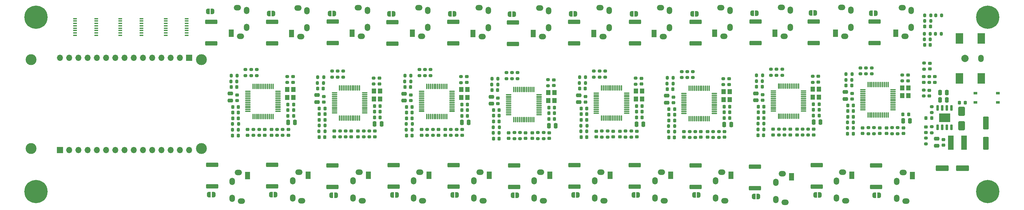
<source format=gbr>
%TF.GenerationSoftware,KiCad,Pcbnew,(7.0.0)*%
%TF.CreationDate,2023-05-02T23:46:26+03:00*%
%TF.ProjectId,24_channel_esp32_energy_meter,32345f63-6861-46e6-9e65-6c5f65737033,rev?*%
%TF.SameCoordinates,PX5ff2fd0PYa4fc540*%
%TF.FileFunction,Soldermask,Top*%
%TF.FilePolarity,Negative*%
%FSLAX46Y46*%
G04 Gerber Fmt 4.6, Leading zero omitted, Abs format (unit mm)*
G04 Created by KiCad (PCBNEW (7.0.0)) date 2023-05-02 23:46:26*
%MOMM*%
%LPD*%
G01*
G04 APERTURE LIST*
G04 Aperture macros list*
%AMRoundRect*
0 Rectangle with rounded corners*
0 $1 Rounding radius*
0 $2 $3 $4 $5 $6 $7 $8 $9 X,Y pos of 4 corners*
0 Add a 4 corners polygon primitive as box body*
4,1,4,$2,$3,$4,$5,$6,$7,$8,$9,$2,$3,0*
0 Add four circle primitives for the rounded corners*
1,1,$1+$1,$2,$3*
1,1,$1+$1,$4,$5*
1,1,$1+$1,$6,$7*
1,1,$1+$1,$8,$9*
0 Add four rect primitives between the rounded corners*
20,1,$1+$1,$2,$3,$4,$5,0*
20,1,$1+$1,$4,$5,$6,$7,0*
20,1,$1+$1,$6,$7,$8,$9,0*
20,1,$1+$1,$8,$9,$2,$3,0*%
%AMFreePoly0*
4,1,19,0.500000,-0.750000,0.000000,-0.750000,0.000000,-0.744911,-0.071157,-0.744911,-0.207708,-0.704816,-0.327430,-0.627875,-0.420627,-0.520320,-0.479746,-0.390866,-0.500000,-0.250000,-0.500000,0.250000,-0.479746,0.390866,-0.420627,0.520320,-0.327430,0.627875,-0.207708,0.704816,-0.071157,0.744911,0.000000,0.744911,0.000000,0.750000,0.500000,0.750000,0.500000,-0.750000,0.500000,-0.750000,
$1*%
%AMFreePoly1*
4,1,19,0.000000,0.744911,0.071157,0.744911,0.207708,0.704816,0.327430,0.627875,0.420627,0.520320,0.479746,0.390866,0.500000,0.250000,0.500000,-0.250000,0.479746,-0.390866,0.420627,-0.520320,0.327430,-0.627875,0.207708,-0.704816,0.071157,-0.744911,0.000000,-0.744911,0.000000,-0.750000,-0.500000,-0.750000,-0.500000,0.750000,0.000000,0.750000,0.000000,0.744911,0.000000,0.744911,
$1*%
G04 Aperture macros list end*
%ADD10C,3.000000*%
%ADD11R,1.700000X1.700000*%
%ADD12O,1.700000X1.700000*%
%ADD13RoundRect,0.225000X0.250000X-0.225000X0.250000X0.225000X-0.250000X0.225000X-0.250000X-0.225000X0*%
%ADD14RoundRect,0.225000X0.225000X0.250000X-0.225000X0.250000X-0.225000X-0.250000X0.225000X-0.250000X0*%
%ADD15RoundRect,0.200000X-0.275000X0.200000X-0.275000X-0.200000X0.275000X-0.200000X0.275000X0.200000X0*%
%ADD16RoundRect,0.200000X0.200000X0.275000X-0.200000X0.275000X-0.200000X-0.275000X0.200000X-0.275000X0*%
%ADD17RoundRect,0.250000X-0.250000X-0.475000X0.250000X-0.475000X0.250000X0.475000X-0.250000X0.475000X0*%
%ADD18RoundRect,0.200000X-0.200000X-0.275000X0.200000X-0.275000X0.200000X0.275000X-0.200000X0.275000X0*%
%ADD19RoundRect,0.250000X-0.475000X0.250000X-0.475000X-0.250000X0.475000X-0.250000X0.475000X0.250000X0*%
%ADD20RoundRect,0.225000X-0.250000X0.225000X-0.250000X-0.225000X0.250000X-0.225000X0.250000X0.225000X0*%
%ADD21RoundRect,0.200000X0.275000X-0.200000X0.275000X0.200000X-0.275000X0.200000X-0.275000X-0.200000X0*%
%ADD22RoundRect,0.225000X-0.225000X-0.250000X0.225000X-0.250000X0.225000X0.250000X-0.225000X0.250000X0*%
%ADD23R,1.200000X1.400000*%
%ADD24C,0.800000*%
%ADD25C,6.400000*%
%ADD26RoundRect,0.250000X1.425000X-0.362500X1.425000X0.362500X-1.425000X0.362500X-1.425000X-0.362500X0*%
%ADD27RoundRect,0.250000X-1.425000X0.362500X-1.425000X-0.362500X1.425000X-0.362500X1.425000X0.362500X0*%
%ADD28O,2.000000X1.500000*%
%ADD29R,1.400000X2.000000*%
%ADD30O,1.500000X2.000000*%
%ADD31FreePoly0,0.000000*%
%ADD32FreePoly1,0.000000*%
%ADD33R,1.000000X0.800000*%
%ADD34RoundRect,0.075000X0.075000X-0.662500X0.075000X0.662500X-0.075000X0.662500X-0.075000X-0.662500X0*%
%ADD35RoundRect,0.075000X0.662500X-0.075000X0.662500X0.075000X-0.662500X0.075000X-0.662500X-0.075000X0*%
%ADD36RoundRect,0.218750X0.256250X-0.218750X0.256250X0.218750X-0.256250X0.218750X-0.256250X-0.218750X0*%
%ADD37RoundRect,0.250000X-1.500000X-0.550000X1.500000X-0.550000X1.500000X0.550000X-1.500000X0.550000X0*%
%ADD38RoundRect,0.250000X0.650000X-1.000000X0.650000X1.000000X-0.650000X1.000000X-0.650000X-1.000000X0*%
%ADD39RoundRect,0.250000X0.250000X0.475000X-0.250000X0.475000X-0.250000X-0.475000X0.250000X-0.475000X0*%
%ADD40R,1.498600X3.987800*%
%ADD41R,1.000000X0.400000*%
%ADD42C,2.000000*%
%ADD43R,2.000000X3.000000*%
%ADD44RoundRect,0.150000X-0.150000X0.650000X-0.150000X-0.650000X0.150000X-0.650000X0.150000X0.650000X0*%
%ADD45R,3.100000X2.410000*%
%ADD46RoundRect,0.250000X-0.550000X1.500000X-0.550000X-1.500000X0.550000X-1.500000X0.550000X1.500000X0*%
G04 APERTURE END LIST*
D10*
%TO.C,U1*%
X2625000Y15820000D03*
X49575000Y15820000D03*
X2625000Y40330000D03*
X49575000Y40330000D03*
%TD*%
D11*
%TO.C,J3*%
X46144999Y40799999D03*
D12*
X43604999Y40799999D03*
X41064999Y40799999D03*
X38524999Y40799999D03*
X35984999Y40799999D03*
X33444999Y40799999D03*
X30904999Y40799999D03*
X28364999Y40799999D03*
X25824999Y40799999D03*
X23284999Y40799999D03*
X20744999Y40799999D03*
X18204999Y40799999D03*
X15664999Y40799999D03*
X13124999Y40799999D03*
X10584999Y40799999D03*
%TD*%
D11*
%TO.C,J2*%
X10584999Y15399999D03*
D12*
X13124999Y15399999D03*
X15664999Y15399999D03*
X18204999Y15399999D03*
X20744999Y15399999D03*
X23284999Y15399999D03*
X25824999Y15399999D03*
X28364999Y15399999D03*
X30904999Y15399999D03*
X33444999Y15399999D03*
X35984999Y15399999D03*
X38524999Y15399999D03*
X41064999Y15399999D03*
X43604999Y15399999D03*
X46144999Y15399999D03*
%TD*%
D13*
%TO.C,C52*%
X114830000Y19512500D03*
X114830000Y21062500D03*
%TD*%
D14*
%TO.C,C57*%
X146737500Y23950000D03*
X145187500Y23950000D03*
%TD*%
D15*
%TO.C,R35*%
X94205000Y20700000D03*
X94205000Y19050000D03*
%TD*%
D16*
%TO.C,R91*%
X179842500Y22025000D03*
X178192500Y22025000D03*
%TD*%
D17*
%TO.C,C17*%
X252900000Y31250000D03*
X254800000Y31250000D03*
%TD*%
D18*
%TO.C,R55*%
X129487500Y33450001D03*
X131137500Y33450001D03*
%TD*%
D14*
%TO.C,C4*%
X74920000Y26425000D03*
X73370000Y26425000D03*
%TD*%
%TO.C,C49*%
X107580001Y24137500D03*
X106030001Y24137500D03*
%TD*%
D15*
%TO.C,R33*%
X87705001Y20700000D03*
X87705001Y19050000D03*
%TD*%
D19*
%TO.C,C47*%
X105380001Y30962500D03*
X105380001Y29062500D03*
%TD*%
D20*
%TO.C,C120*%
X249990000Y31875000D03*
X249990000Y30325000D03*
%TD*%
D18*
%TO.C,R100*%
X202350000Y34400001D03*
X204000000Y34400001D03*
%TD*%
D21*
%TO.C,R17*%
X248415000Y30300000D03*
X248415000Y31950000D03*
%TD*%
D14*
%TO.C,C75*%
X170862500Y27525000D03*
X169312500Y27525000D03*
%TD*%
D15*
%TO.C,R111*%
X216604999Y21200000D03*
X216604999Y19550000D03*
%TD*%
D22*
%TO.C,C35*%
X81955001Y19025000D03*
X83505001Y19025000D03*
%TD*%
D23*
%TO.C,Y7*%
X219574999Y29999999D03*
X219574999Y32199999D03*
X217874999Y32199999D03*
X217874999Y29999999D03*
%TD*%
D22*
%TO.C,C61*%
X129537500Y31900001D03*
X131087500Y31900001D03*
%TD*%
D14*
%TO.C,C117*%
X244245000Y25275000D03*
X242695000Y25275000D03*
%TD*%
D15*
%TO.C,R126*%
X241249999Y21575000D03*
X241249999Y19925000D03*
%TD*%
D24*
%TO.C,H2*%
X1600000Y52025000D03*
X2302944Y53722056D03*
X2302944Y50327944D03*
X4000000Y54425000D03*
D25*
X4000000Y52025000D03*
D24*
X4000000Y49625000D03*
X5697056Y53722056D03*
X5697056Y50327944D03*
X6400000Y52025000D03*
%TD*%
D15*
%TO.C,R117*%
X231000000Y38050000D03*
X231000000Y36400000D03*
%TD*%
D26*
%TO.C,R54*%
X185575000Y5312500D03*
X185575000Y11237500D03*
%TD*%
D15*
%TO.C,R9*%
X63875000Y21125000D03*
X63875000Y19475000D03*
%TD*%
D13*
%TO.C,C112*%
X211654999Y19600000D03*
X211654999Y21150000D03*
%TD*%
D27*
%TO.C,R127*%
X218150000Y50862500D03*
X218150000Y44937500D03*
%TD*%
D19*
%TO.C,C107*%
X202205000Y31050000D03*
X202205000Y29150000D03*
%TD*%
D14*
%TO.C,C74*%
X155662500Y26850000D03*
X154112500Y26850000D03*
%TD*%
D13*
%TO.C,C54*%
X121330000Y19512500D03*
X121330000Y21062500D03*
%TD*%
D22*
%TO.C,C11*%
X58125000Y19450000D03*
X59675000Y19450000D03*
%TD*%
D28*
%TO.C,CT2-3*%
X176186639Y9374998D03*
D29*
X178706639Y8525106D03*
D30*
X174466640Y2225000D03*
D28*
X176986640Y1474999D03*
D30*
X174466640Y6924998D03*
%TD*%
D26*
%TO.C,R67*%
X218920460Y5337500D03*
X218920460Y11262500D03*
%TD*%
D31*
%TO.C,JP7*%
X102050000Y3100000D03*
D32*
X103350000Y3100000D03*
%TD*%
D33*
%TO.C,BR1*%
X262664999Y31114999D03*
X262664999Y28574999D03*
X268814999Y28574999D03*
X268814999Y31114999D03*
%TD*%
D15*
%TO.C,R10*%
X65425000Y21125000D03*
X65425000Y19475000D03*
%TD*%
D26*
%TO.C,R39*%
X135625000Y5312500D03*
X135625000Y11237500D03*
%TD*%
D15*
%TO.C,R65*%
X142192499Y20250000D03*
X142192499Y18600000D03*
%TD*%
D14*
%TO.C,C60*%
X146737500Y27100000D03*
X145187500Y27100000D03*
%TD*%
D31*
%TO.C,JP26*%
X233900000Y53125000D03*
D32*
X235200000Y53125000D03*
%TD*%
D16*
%TO.C,R62*%
X131542500Y20175000D03*
X129892500Y20175000D03*
%TD*%
%TO.C,R131*%
X250340000Y52525000D03*
X248690000Y52525000D03*
%TD*%
D15*
%TO.C,R119*%
X234100000Y38050000D03*
X234100000Y36400000D03*
%TD*%
D14*
%TO.C,C10*%
X59725000Y24150000D03*
X58175000Y24150000D03*
%TD*%
D20*
%TO.C,C66*%
X134092500Y20200000D03*
X134092500Y18650000D03*
%TD*%
D14*
%TO.C,C45*%
X122775001Y27962500D03*
X121225001Y27962500D03*
%TD*%
D13*
%TO.C,C127*%
X236299999Y19975000D03*
X236299999Y21525000D03*
%TD*%
D15*
%TO.C,R23*%
X250585000Y21850000D03*
X250585000Y20200000D03*
%TD*%
D14*
%TO.C,C90*%
X195012500Y27400000D03*
X193462500Y27400000D03*
%TD*%
D15*
%TO.C,R50*%
X118230000Y21112500D03*
X118230000Y19462500D03*
%TD*%
D26*
%TO.C,R68*%
X201925000Y4937500D03*
X201925000Y10862500D03*
%TD*%
D34*
%TO.C,IC5*%
X159687499Y24212500D03*
X160187499Y24212500D03*
X160687499Y24212500D03*
X161187499Y24212500D03*
X161687499Y24212500D03*
X162187499Y24212500D03*
X162687499Y24212500D03*
X163187499Y24212500D03*
X163687499Y24212500D03*
X164187499Y24212500D03*
X164687499Y24212500D03*
X165187499Y24212500D03*
D35*
X166599999Y25625000D03*
X166599999Y26125000D03*
X166599999Y26625000D03*
X166599999Y27125000D03*
X166599999Y27625000D03*
X166599999Y28125000D03*
X166599999Y28625000D03*
X166599999Y29125000D03*
X166599999Y29625000D03*
X166599999Y30125000D03*
X166599999Y30625000D03*
X166599999Y31125000D03*
D34*
X165187499Y32537500D03*
X164687499Y32537500D03*
X164187499Y32537500D03*
X163687499Y32537500D03*
X163187499Y32537500D03*
X162687499Y32537500D03*
X162187499Y32537500D03*
X161687499Y32537500D03*
X161187499Y32537500D03*
X160687499Y32537500D03*
X160187499Y32537500D03*
X159687499Y32537500D03*
D35*
X158274999Y31125000D03*
X158274999Y30625000D03*
X158274999Y30125000D03*
X158274999Y29625000D03*
X158274999Y29125000D03*
X158274999Y28625000D03*
X158274999Y28125000D03*
X158274999Y27625000D03*
X158274999Y27125000D03*
X158274999Y26625000D03*
X158274999Y26125000D03*
X158274999Y25625000D03*
%TD*%
D20*
%TO.C,C111*%
X206955000Y21150000D03*
X206955000Y19600000D03*
%TD*%
D18*
%TO.C,R16*%
X248590000Y45925000D03*
X250240000Y45925000D03*
%TD*%
D15*
%TO.C,R59*%
X136592500Y36725000D03*
X136592500Y35075000D03*
%TD*%
D28*
%TO.C,CT2-2*%
X126277550Y9374998D03*
D29*
X128797550Y8525106D03*
D30*
X124557551Y2225000D03*
D28*
X127077551Y1474999D03*
D30*
X124557551Y6924998D03*
%TD*%
D20*
%TO.C,C63*%
X131192500Y29725000D03*
X131192500Y28175000D03*
%TD*%
%TO.C,C133*%
X251490000Y35625000D03*
X251490000Y34075000D03*
%TD*%
D14*
%TO.C,C58*%
X146737500Y25550000D03*
X145187500Y25550000D03*
%TD*%
D20*
%TO.C,C130*%
X248390000Y35625000D03*
X248390000Y34075000D03*
%TD*%
D31*
%TO.C,JP25*%
X201175000Y53125000D03*
D32*
X202475000Y53125000D03*
%TD*%
D23*
%TO.C,Y5*%
X170837499Y29474999D03*
X170837499Y31674999D03*
X169137499Y31674999D03*
X169137499Y29474999D03*
%TD*%
D18*
%TO.C,R1*%
X57670000Y34325000D03*
X59320000Y34325000D03*
%TD*%
D14*
%TO.C,C100*%
X204405000Y25825000D03*
X202855000Y25825000D03*
%TD*%
D16*
%TO.C,R121*%
X229075000Y23050000D03*
X227425000Y23050000D03*
%TD*%
D28*
%TO.C,CT3-7*%
X193358804Y46750000D03*
D29*
X190838804Y47599892D03*
D30*
X195078803Y53899998D03*
D28*
X192558803Y54649999D03*
D30*
X195078803Y49200000D03*
%TD*%
D23*
%TO.C,Y4*%
X146712499Y29049999D03*
X146712499Y31249999D03*
X145012499Y31249999D03*
X145012499Y29049999D03*
%TD*%
D19*
%TO.C,C23*%
X252000000Y18550000D03*
X252000000Y16650000D03*
%TD*%
D15*
%TO.C,R125*%
X239699999Y21575000D03*
X239699999Y19925000D03*
%TD*%
D14*
%TO.C,C118*%
X250190000Y44375000D03*
X248640000Y44375000D03*
%TD*%
D27*
%TO.C,R83*%
X52225000Y50737500D03*
X52225000Y44812500D03*
%TD*%
D26*
%TO.C,R13*%
X69000000Y5412500D03*
X69000000Y11337500D03*
%TD*%
D14*
%TO.C,C25*%
X83555001Y25325000D03*
X82005001Y25325000D03*
%TD*%
D22*
%TO.C,C31*%
X81550001Y32350001D03*
X83100001Y32350001D03*
%TD*%
D14*
%TO.C,C6*%
X74920000Y27975000D03*
X73370000Y27975000D03*
%TD*%
D26*
%TO.C,R53*%
X152250000Y5337500D03*
X152250000Y11262500D03*
%TD*%
D14*
%TO.C,C34*%
X83555001Y23725000D03*
X82005001Y23725000D03*
%TD*%
D28*
%TO.C,CT1-1*%
X59732098Y9249998D03*
D29*
X62252098Y8400106D03*
D30*
X58012099Y2100000D03*
D28*
X60532099Y1349999D03*
D30*
X58012099Y6799998D03*
%TD*%
D16*
%TO.C,R7*%
X59750000Y22600000D03*
X58100000Y22600000D03*
%TD*%
D36*
%TO.C,CF3*%
X122600001Y34050000D03*
X122600001Y35625000D03*
%TD*%
D13*
%TO.C,C99*%
X193567499Y18950000D03*
X193567499Y20500000D03*
%TD*%
D18*
%TO.C,R115*%
X226995000Y34775001D03*
X228645000Y34775001D03*
%TD*%
D16*
%TO.C,R21*%
X250215000Y47475000D03*
X248565000Y47475000D03*
%TD*%
D14*
%TO.C,C132*%
X250265000Y49450000D03*
X248715000Y49450000D03*
%TD*%
D28*
%TO.C,CT3-4*%
X242732098Y9249998D03*
D29*
X245252098Y8400106D03*
D30*
X241012099Y2100000D03*
D28*
X243532099Y1349999D03*
D30*
X241012099Y6799998D03*
%TD*%
D26*
%TO.C,R52*%
X168850000Y5337500D03*
X168850000Y11262500D03*
%TD*%
D15*
%TO.C,R29*%
X88605001Y37175000D03*
X88605001Y35525000D03*
%TD*%
%TO.C,R89*%
X184867500Y37025000D03*
X184867500Y35375000D03*
%TD*%
D28*
%TO.C,CT2-4*%
X226095728Y9349998D03*
D29*
X228615728Y8500106D03*
D30*
X224375729Y2200000D03*
D28*
X226895729Y1449999D03*
D30*
X224375729Y6899998D03*
%TD*%
D15*
%TO.C,R4*%
X63225000Y37600000D03*
X63225000Y35950000D03*
%TD*%
D16*
%TO.C,R20*%
X253265000Y47475000D03*
X251615000Y47475000D03*
%TD*%
D14*
%TO.C,C70*%
X155667500Y25300000D03*
X154117500Y25300000D03*
%TD*%
D37*
%TO.C,C24*%
X253500000Y10400000D03*
X259100000Y10400000D03*
%TD*%
D28*
%TO.C,CT1-7*%
X160086078Y46700000D03*
D29*
X157566078Y47549892D03*
D30*
X161806077Y53849998D03*
D28*
X159286077Y54599999D03*
D30*
X161806077Y49150000D03*
%TD*%
D15*
%TO.C,R12*%
X71925000Y21125000D03*
X71925000Y19475000D03*
%TD*%
D28*
%TO.C,CT1-4*%
X209459365Y8949998D03*
D29*
X211979365Y8100106D03*
D30*
X207739366Y1800000D03*
D28*
X210259366Y1049999D03*
D30*
X207739366Y6499998D03*
%TD*%
D38*
%TO.C,D1*%
X258800000Y22100000D03*
X258800000Y26100000D03*
%TD*%
D34*
%TO.C,IC3*%
X111600000Y24650000D03*
X112100000Y24650000D03*
X112600000Y24650000D03*
X113100000Y24650000D03*
X113600000Y24650000D03*
X114100000Y24650000D03*
X114600000Y24650000D03*
X115100000Y24650000D03*
X115600000Y24650000D03*
X116100000Y24650000D03*
X116600000Y24650000D03*
X117100000Y24650000D03*
D35*
X118512500Y26062500D03*
X118512500Y26562500D03*
X118512500Y27062500D03*
X118512500Y27562500D03*
X118512500Y28062500D03*
X118512500Y28562500D03*
X118512500Y29062500D03*
X118512500Y29562500D03*
X118512500Y30062500D03*
X118512500Y30562500D03*
X118512500Y31062500D03*
X118512500Y31562500D03*
D34*
X117100000Y32975000D03*
X116600000Y32975000D03*
X116100000Y32975000D03*
X115600000Y32975000D03*
X115100000Y32975000D03*
X114600000Y32975000D03*
X114100000Y32975000D03*
X113600000Y32975000D03*
X113100000Y32975000D03*
X112600000Y32975000D03*
X112100000Y32975000D03*
X111600000Y32975000D03*
D35*
X110187500Y31562500D03*
X110187500Y31062500D03*
X110187500Y30562500D03*
X110187500Y30062500D03*
X110187500Y29562500D03*
X110187500Y29062500D03*
X110187500Y28562500D03*
X110187500Y28062500D03*
X110187500Y27562500D03*
X110187500Y27062500D03*
X110187500Y26562500D03*
X110187500Y26062500D03*
%TD*%
D15*
%TO.C,R88*%
X183317500Y37025000D03*
X183317500Y35375000D03*
%TD*%
D31*
%TO.C,JP1*%
X68650000Y3175000D03*
D32*
X69950000Y3175000D03*
%TD*%
D15*
%TO.C,R44*%
X112630001Y37587500D03*
X112630001Y35937500D03*
%TD*%
D18*
%TO.C,R25*%
X81500001Y33900001D03*
X83150001Y33900001D03*
%TD*%
D21*
%TO.C,R105*%
X217825000Y34100000D03*
X217825000Y35750000D03*
%TD*%
D20*
%TO.C,C68*%
X140642499Y20200000D03*
X140642499Y18650000D03*
%TD*%
D18*
%TO.C,R26*%
X81550001Y35500001D03*
X83200001Y35500001D03*
%TD*%
D14*
%TO.C,C104*%
X204400000Y27375000D03*
X202850000Y27375000D03*
%TD*%
D16*
%TO.C,R106*%
X204430000Y22675000D03*
X202780000Y22675000D03*
%TD*%
D28*
%TO.C,CT3-1*%
X93004824Y9374998D03*
D29*
X95524824Y8525106D03*
D30*
X91284825Y2225000D03*
D28*
X93804825Y1474999D03*
D30*
X91284825Y6924998D03*
%TD*%
D18*
%TO.C,R86*%
X177812500Y35350001D03*
X179462500Y35350001D03*
%TD*%
D39*
%TO.C,C101*%
X219975000Y23100000D03*
X218075000Y23100000D03*
%TD*%
D36*
%TO.C,CF7*%
X219425000Y34137500D03*
X219425000Y35712500D03*
%TD*%
D13*
%TO.C,C129*%
X242799999Y19975000D03*
X242799999Y21525000D03*
%TD*%
D15*
%TO.C,R109*%
X210104999Y21200000D03*
X210104999Y19550000D03*
%TD*%
%TO.C,R95*%
X190467499Y20550000D03*
X190467499Y18900000D03*
%TD*%
D16*
%TO.C,R32*%
X83555001Y20625000D03*
X81905001Y20625000D03*
%TD*%
D15*
%TO.C,R42*%
X109530001Y37587500D03*
X109530001Y35937500D03*
%TD*%
D23*
%TO.C,Y8*%
X244219999Y30374999D03*
X244219999Y32574999D03*
X242519999Y32574999D03*
X242519999Y30374999D03*
%TD*%
D15*
%TO.C,R28*%
X87055001Y37175000D03*
X87055001Y35525000D03*
%TD*%
D23*
%TO.C,Y1*%
X74894999Y29924999D03*
X74894999Y32124999D03*
X73194999Y32124999D03*
X73194999Y29924999D03*
%TD*%
D15*
%TO.C,R5*%
X64775000Y37600000D03*
X64775000Y35950000D03*
%TD*%
D31*
%TO.C,JP22*%
X151225000Y52925000D03*
D32*
X152525000Y52925000D03*
%TD*%
D18*
%TO.C,R70*%
X153612500Y33875001D03*
X155262500Y33875001D03*
%TD*%
%TO.C,R2*%
X57720000Y35925000D03*
X59370000Y35925000D03*
%TD*%
D24*
%TO.C,H1*%
X1600000Y4025000D03*
X2302944Y5722056D03*
X2302944Y2327944D03*
X4000000Y6425000D03*
D25*
X4000000Y4025000D03*
D24*
X4000000Y1625000D03*
X5697056Y5722056D03*
X5697056Y2327944D03*
X6400000Y4025000D03*
%TD*%
D14*
%TO.C,C89*%
X179812500Y26725000D03*
X178262500Y26725000D03*
%TD*%
D15*
%TO.C,R36*%
X95755000Y20700000D03*
X95755000Y19050000D03*
%TD*%
D26*
%TO.C,R15*%
X85650000Y5312500D03*
X85650000Y11237500D03*
%TD*%
D15*
%TO.C,R27*%
X85505001Y37175000D03*
X85505001Y35525000D03*
%TD*%
D16*
%TO.C,R122*%
X229050000Y21500000D03*
X227400000Y21500000D03*
%TD*%
D19*
%TO.C,C122*%
X226850000Y31425000D03*
X226850000Y29525000D03*
%TD*%
D14*
%TO.C,C115*%
X229050000Y26200000D03*
X227500000Y26200000D03*
%TD*%
D31*
%TO.C,JP18*%
X117950000Y52975000D03*
D32*
X119250000Y52975000D03*
%TD*%
D31*
%TO.C,JP12*%
X218520460Y3100000D03*
D32*
X219820460Y3100000D03*
%TD*%
D16*
%TO.C,R130*%
X253365000Y52525000D03*
X251715000Y52525000D03*
%TD*%
D28*
%TO.C,CT2-7*%
X176722441Y46700000D03*
D29*
X174202441Y47549892D03*
D30*
X178442440Y53849998D03*
D28*
X175922440Y54599999D03*
D30*
X178442440Y49150000D03*
%TD*%
D39*
%TO.C,C71*%
X171237500Y22575000D03*
X169337500Y22575000D03*
%TD*%
D15*
%TO.C,R103*%
X207905000Y37675000D03*
X207905000Y36025000D03*
%TD*%
%TO.C,R108*%
X208555000Y21200000D03*
X208555000Y19550000D03*
%TD*%
D34*
%TO.C,IC7*%
X208424999Y24737500D03*
X208924999Y24737500D03*
X209424999Y24737500D03*
X209924999Y24737500D03*
X210424999Y24737500D03*
X210924999Y24737500D03*
X211424999Y24737500D03*
X211924999Y24737500D03*
X212424999Y24737500D03*
X212924999Y24737500D03*
X213424999Y24737500D03*
X213924999Y24737500D03*
D35*
X215337499Y26150000D03*
X215337499Y26650000D03*
X215337499Y27150000D03*
X215337499Y27650000D03*
X215337499Y28150000D03*
X215337499Y28650000D03*
X215337499Y29150000D03*
X215337499Y29650000D03*
X215337499Y30150000D03*
X215337499Y30650000D03*
X215337499Y31150000D03*
X215337499Y31650000D03*
D34*
X213924999Y33062500D03*
X213424999Y33062500D03*
X212924999Y33062500D03*
X212424999Y33062500D03*
X211924999Y33062500D03*
X211424999Y33062500D03*
X210924999Y33062500D03*
X210424999Y33062500D03*
X209924999Y33062500D03*
X209424999Y33062500D03*
X208924999Y33062500D03*
X208424999Y33062500D03*
D35*
X207012499Y31650000D03*
X207012499Y31150000D03*
X207012499Y30650000D03*
X207012499Y30150000D03*
X207012499Y29650000D03*
X207012499Y29150000D03*
X207012499Y28650000D03*
X207012499Y28150000D03*
X207012499Y27650000D03*
X207012499Y27150000D03*
X207012499Y26650000D03*
X207012499Y26150000D03*
%TD*%
D13*
%TO.C,C84*%
X169417499Y19075000D03*
X169417499Y20625000D03*
%TD*%
D19*
%TO.C,C8*%
X57525000Y30975000D03*
X57525000Y29075000D03*
%TD*%
D22*
%TO.C,C91*%
X177812500Y32200001D03*
X179362500Y32200001D03*
%TD*%
D16*
%TO.C,R92*%
X179817500Y20475000D03*
X178167500Y20475000D03*
%TD*%
D13*
%TO.C,C39*%
X97305000Y19100000D03*
X97305000Y20650000D03*
%TD*%
D27*
%TO.C,R99*%
X135275000Y50587500D03*
X135275000Y44662500D03*
%TD*%
D15*
%TO.C,R110*%
X215054999Y21200000D03*
X215054999Y19550000D03*
%TD*%
D31*
%TO.C,JP8*%
X135225000Y3025000D03*
D32*
X136525000Y3025000D03*
%TD*%
D21*
%TO.C,R19*%
X248515000Y37725000D03*
X248515000Y39375000D03*
%TD*%
D28*
%TO.C,CT1-6*%
X110176989Y46750000D03*
D29*
X107656989Y47599892D03*
D30*
X111896988Y53899998D03*
D28*
X109376988Y54649999D03*
D30*
X111896988Y49200000D03*
%TD*%
D16*
%TO.C,R107*%
X204405000Y21125000D03*
X202755000Y21125000D03*
%TD*%
D15*
%TO.C,R72*%
X157617500Y37150000D03*
X157617500Y35500000D03*
%TD*%
D19*
%TO.C,C32*%
X81355001Y30550000D03*
X81355001Y28650000D03*
%TD*%
D23*
%TO.C,Y3*%
X122750000Y29912499D03*
X122750000Y32112499D03*
X121050000Y32112499D03*
X121050000Y29912499D03*
%TD*%
D20*
%TO.C,C48*%
X107230001Y30587500D03*
X107230001Y29037500D03*
%TD*%
D39*
%TO.C,C86*%
X195387500Y22450000D03*
X193487500Y22450000D03*
%TD*%
D14*
%TO.C,C73*%
X170862500Y25975000D03*
X169312500Y25975000D03*
%TD*%
D20*
%TO.C,C113*%
X213504999Y21150000D03*
X213504999Y19600000D03*
%TD*%
D27*
%TO.C,R128*%
X202125000Y50837500D03*
X202125000Y44912500D03*
%TD*%
D14*
%TO.C,C30*%
X98750001Y27550000D03*
X97200001Y27550000D03*
%TD*%
D27*
%TO.C,R97*%
X118850000Y50737500D03*
X118850000Y44812500D03*
%TD*%
D20*
%TO.C,C131*%
X250090000Y39325000D03*
X250090000Y37775000D03*
%TD*%
D39*
%TO.C,C56*%
X147112500Y22150000D03*
X145212500Y22150000D03*
%TD*%
D31*
%TO.C,JP23*%
X184650000Y52975000D03*
D32*
X185950000Y52975000D03*
%TD*%
D36*
%TO.C,CF8*%
X244070000Y34512500D03*
X244070000Y36087500D03*
%TD*%
D21*
%TO.C,R45*%
X121000001Y34012500D03*
X121000001Y35662500D03*
%TD*%
D15*
%TO.C,R51*%
X119780000Y21112500D03*
X119780000Y19462500D03*
%TD*%
D14*
%TO.C,C27*%
X98750001Y24400000D03*
X97200001Y24400000D03*
%TD*%
D21*
%TO.C,R30*%
X96975001Y33600000D03*
X96975001Y35250000D03*
%TD*%
D16*
%TO.C,R46*%
X107605001Y22587500D03*
X105955001Y22587500D03*
%TD*%
D27*
%TO.C,R82*%
X68975000Y50775000D03*
X68975000Y44850000D03*
%TD*%
D28*
%TO.C,CT1-5*%
X60267900Y46750000D03*
D29*
X57747900Y47599892D03*
D30*
X61987899Y53899998D03*
D28*
X59467899Y54649999D03*
D30*
X61987899Y49200000D03*
%TD*%
D15*
%TO.C,R93*%
X183967500Y20550000D03*
X183967500Y18900000D03*
%TD*%
D36*
%TO.C,CF4*%
X146562500Y33187500D03*
X146562500Y34762500D03*
%TD*%
D20*
%TO.C,C128*%
X238149999Y21525000D03*
X238149999Y19975000D03*
%TD*%
D15*
%TO.C,R48*%
X111730001Y21112500D03*
X111730001Y19462500D03*
%TD*%
D16*
%TO.C,R31*%
X83580001Y22175000D03*
X81930001Y22175000D03*
%TD*%
D31*
%TO.C,JP17*%
X84825000Y53050000D03*
D32*
X86125000Y53050000D03*
%TD*%
D39*
%TO.C,C116*%
X244620000Y23475000D03*
X242720000Y23475000D03*
%TD*%
D20*
%TO.C,C98*%
X188917499Y20500000D03*
X188917499Y18950000D03*
%TD*%
D31*
%TO.C,JP10*%
X151900000Y3050000D03*
D32*
X153200000Y3050000D03*
%TD*%
D15*
%TO.C,R11*%
X70375000Y21125000D03*
X70375000Y19475000D03*
%TD*%
D20*
%TO.C,C51*%
X110130001Y21062500D03*
X110130001Y19512500D03*
%TD*%
D17*
%TO.C,C18*%
X252900000Y29200000D03*
X254800000Y29200000D03*
%TD*%
D21*
%TO.C,R90*%
X193237500Y33450000D03*
X193237500Y35100000D03*
%TD*%
D26*
%TO.C,R14*%
X52500000Y5412500D03*
X52500000Y11337500D03*
%TD*%
D18*
%TO.C,R40*%
X105525001Y34312501D03*
X107175001Y34312501D03*
%TD*%
D31*
%TO.C,JP24*%
X217250000Y53200000D03*
D32*
X218550000Y53200000D03*
%TD*%
D19*
%TO.C,C92*%
X177617500Y30400000D03*
X177617500Y28500000D03*
%TD*%
D26*
%TO.C,R38*%
X102450000Y5387500D03*
X102450000Y11312500D03*
%TD*%
D24*
%TO.C,H3*%
X263600000Y4000000D03*
X264302944Y5697056D03*
X264302944Y2302944D03*
X266000000Y6400000D03*
D25*
X266000000Y4000000D03*
D24*
X266000000Y1600000D03*
X267697056Y5697056D03*
X267697056Y2302944D03*
X268400000Y4000000D03*
%TD*%
D14*
%TO.C,C1*%
X59725000Y25750000D03*
X58175000Y25750000D03*
%TD*%
D31*
%TO.C,JP16*%
X51325000Y53625000D03*
D32*
X52625000Y53625000D03*
%TD*%
D15*
%TO.C,R87*%
X181767500Y37025000D03*
X181767500Y35375000D03*
%TD*%
D39*
%TO.C,C26*%
X99125001Y22600000D03*
X97225001Y22600000D03*
%TD*%
D22*
%TO.C,C95*%
X178217500Y18875000D03*
X179767500Y18875000D03*
%TD*%
D15*
%TO.C,R123*%
X233200000Y21575000D03*
X233200000Y19925000D03*
%TD*%
D13*
%TO.C,C114*%
X218154999Y19600000D03*
X218154999Y21150000D03*
%TD*%
D16*
%TO.C,R76*%
X155692500Y22150000D03*
X154042500Y22150000D03*
%TD*%
D20*
%TO.C,C33*%
X83205001Y30175000D03*
X83205001Y28625000D03*
%TD*%
D36*
%TO.C,CF1*%
X74745000Y34062500D03*
X74745000Y35637500D03*
%TD*%
D28*
%TO.C,CT3-5*%
X93540626Y46750000D03*
D29*
X91020626Y47599892D03*
D30*
X95260625Y53899998D03*
D28*
X92740625Y54649999D03*
D30*
X95260625Y49200000D03*
%TD*%
D20*
%TO.C,C53*%
X116680000Y21062500D03*
X116680000Y19512500D03*
%TD*%
D40*
%TO.C,L1*%
X259491799Y17499999D03*
X255884999Y17499999D03*
%TD*%
D14*
%TO.C,C42*%
X122775001Y24812500D03*
X121225001Y24812500D03*
%TD*%
D31*
%TO.C,JP9*%
X168500000Y3100000D03*
D32*
X169800000Y3100000D03*
%TD*%
D31*
%TO.C,JP2*%
X51600000Y3175000D03*
D32*
X52900000Y3175000D03*
%TD*%
D14*
%TO.C,C72*%
X170862500Y24375000D03*
X169312500Y24375000D03*
%TD*%
D20*
%TO.C,C78*%
X155317500Y30150000D03*
X155317500Y28600000D03*
%TD*%
D41*
%TO.C,U2*%
X14744999Y51599999D03*
X14744999Y50949999D03*
X14744999Y50299999D03*
X14744999Y49649999D03*
X14744999Y48999999D03*
X14744999Y48349999D03*
X14744999Y47699999D03*
X14744999Y47049999D03*
X20544999Y47049999D03*
X20544999Y47699999D03*
X20544999Y48349999D03*
X20544999Y48999999D03*
X20544999Y49649999D03*
X20544999Y50299999D03*
X20544999Y50949999D03*
X20544999Y51599999D03*
%TD*%
D27*
%TO.C,R129*%
X234850000Y50837500D03*
X234850000Y44912500D03*
%TD*%
D14*
%TO.C,C43*%
X122775001Y26412500D03*
X121225001Y26412500D03*
%TD*%
%TO.C,C87*%
X195012500Y24250000D03*
X193462500Y24250000D03*
%TD*%
D28*
%TO.C,CT3-2*%
X142913913Y9374998D03*
D29*
X145433913Y8525106D03*
D30*
X141193914Y2225000D03*
D28*
X143713914Y1474999D03*
D30*
X141193914Y6924998D03*
%TD*%
D20*
%TO.C,C38*%
X92655000Y20650000D03*
X92655000Y19100000D03*
%TD*%
D16*
%TO.C,R47*%
X107580001Y21037500D03*
X105930001Y21037500D03*
%TD*%
D24*
%TO.C,H4*%
X263600000Y52000000D03*
X264302944Y53697056D03*
X264302944Y50302944D03*
X266000000Y54400000D03*
D25*
X266000000Y52000000D03*
D24*
X266000000Y49600000D03*
X267697056Y53697056D03*
X267697056Y50302944D03*
X268400000Y52000000D03*
%TD*%
D31*
%TO.C,JP11*%
X185175000Y3075000D03*
D32*
X186475000Y3075000D03*
%TD*%
D21*
%TO.C,R120*%
X242470000Y34475000D03*
X242470000Y36125000D03*
%TD*%
D20*
%TO.C,C81*%
X158217500Y20625000D03*
X158217500Y19075000D03*
%TD*%
D39*
%TO.C,C41*%
X123150001Y23012500D03*
X121250001Y23012500D03*
%TD*%
D30*
%TO.C,J1*%
X264174999Y40699999D03*
D42*
X259775000Y40700000D03*
D43*
X264274999Y35199999D03*
X258274999Y35199999D03*
X258274999Y46199999D03*
X264274999Y46199999D03*
%TD*%
D28*
%TO.C,CT2-6*%
X126813352Y46700000D03*
D29*
X124293352Y47549892D03*
D30*
X128533351Y53849998D03*
D28*
X126013351Y54599999D03*
D30*
X128533351Y49150000D03*
%TD*%
D31*
%TO.C,JP20*%
X134375000Y52875000D03*
D32*
X135675000Y52875000D03*
%TD*%
D14*
%TO.C,C109*%
X204405000Y24225000D03*
X202855000Y24225000D03*
%TD*%
%TO.C,C44*%
X107575001Y27287500D03*
X106025001Y27287500D03*
%TD*%
D21*
%TO.C,R18*%
X249915000Y34025000D03*
X249915000Y35675000D03*
%TD*%
D14*
%TO.C,C55*%
X131542500Y24875000D03*
X129992500Y24875000D03*
%TD*%
D36*
%TO.C,CF2*%
X98575001Y33637500D03*
X98575001Y35212500D03*
%TD*%
D18*
%TO.C,R132*%
X248690000Y51000000D03*
X250340000Y51000000D03*
%TD*%
D14*
%TO.C,C85*%
X179817500Y25175000D03*
X178267500Y25175000D03*
%TD*%
D13*
%TO.C,C22*%
X253840000Y16800000D03*
X253840000Y18350000D03*
%TD*%
D15*
%TO.C,R81*%
X167867499Y20675000D03*
X167867499Y19025000D03*
%TD*%
D20*
%TO.C,C36*%
X86105001Y20650000D03*
X86105001Y19100000D03*
%TD*%
D18*
%TO.C,R56*%
X129537500Y35050001D03*
X131187500Y35050001D03*
%TD*%
D15*
%TO.C,R3*%
X61675000Y37600000D03*
X61675000Y35950000D03*
%TD*%
D18*
%TO.C,R85*%
X177762500Y33750001D03*
X179412500Y33750001D03*
%TD*%
D14*
%TO.C,C124*%
X229050000Y24600000D03*
X227500000Y24600000D03*
%TD*%
D22*
%TO.C,C65*%
X129942500Y18575000D03*
X131492500Y18575000D03*
%TD*%
%TO.C,C50*%
X105980001Y19437500D03*
X107530001Y19437500D03*
%TD*%
D36*
%TO.C,CF6*%
X194837500Y33487500D03*
X194837500Y35062500D03*
%TD*%
D14*
%TO.C,C20*%
X250600000Y24250000D03*
X249050000Y24250000D03*
%TD*%
D20*
%TO.C,C83*%
X164767499Y20625000D03*
X164767499Y19075000D03*
%TD*%
D14*
%TO.C,C64*%
X131542500Y23275000D03*
X129992500Y23275000D03*
%TD*%
%TO.C,C79*%
X155667500Y23700000D03*
X154117500Y23700000D03*
%TD*%
%TO.C,C105*%
X219600000Y28050000D03*
X218050000Y28050000D03*
%TD*%
D31*
%TO.C,JP3*%
X85300000Y3025000D03*
D32*
X86600000Y3025000D03*
%TD*%
D15*
%TO.C,R74*%
X160717500Y37150000D03*
X160717500Y35500000D03*
%TD*%
D20*
%TO.C,C14*%
X68825000Y21075000D03*
X68825000Y19525000D03*
%TD*%
D15*
%TO.C,R49*%
X113280000Y21112500D03*
X113280000Y19462500D03*
%TD*%
D18*
%TO.C,R41*%
X105575001Y35912501D03*
X107225001Y35912501D03*
%TD*%
D31*
%TO.C,JP21*%
X168000000Y52975000D03*
D32*
X169300000Y52975000D03*
%TD*%
D16*
%TO.C,R61*%
X131567500Y21725000D03*
X129917500Y21725000D03*
%TD*%
D31*
%TO.C,JP19*%
X101175000Y52925000D03*
D32*
X102475000Y52925000D03*
%TD*%
D13*
%TO.C,C15*%
X73475000Y19525000D03*
X73475000Y21075000D03*
%TD*%
%TO.C,C67*%
X138792499Y18650000D03*
X138792499Y20200000D03*
%TD*%
D27*
%TO.C,R84*%
X85725000Y50825000D03*
X85725000Y44900000D03*
%TD*%
D19*
%TO.C,C77*%
X153467500Y30525000D03*
X153467500Y28625000D03*
%TD*%
D18*
%TO.C,R71*%
X153662500Y35475001D03*
X155312500Y35475001D03*
%TD*%
D15*
%TO.C,R43*%
X111080001Y37587500D03*
X111080001Y35937500D03*
%TD*%
D20*
%TO.C,C126*%
X231600000Y21525000D03*
X231600000Y19975000D03*
%TD*%
D28*
%TO.C,CT3-6*%
X143449715Y46650000D03*
D29*
X140929715Y47499892D03*
D30*
X145169714Y53799998D03*
D28*
X142649714Y54549999D03*
D30*
X145169714Y49100000D03*
%TD*%
D18*
%TO.C,R101*%
X202400000Y36000001D03*
X204050000Y36000001D03*
%TD*%
D21*
%TO.C,R75*%
X169087500Y33575000D03*
X169087500Y35225000D03*
%TD*%
D41*
%TO.C,U5*%
X39689999Y51599999D03*
X39689999Y50949999D03*
X39689999Y50299999D03*
X39689999Y49649999D03*
X39689999Y48999999D03*
X39689999Y48349999D03*
X39689999Y47699999D03*
X39689999Y47049999D03*
X45489999Y47049999D03*
X45489999Y47699999D03*
X45489999Y48349999D03*
X45489999Y48999999D03*
X45489999Y49649999D03*
X45489999Y50299999D03*
X45489999Y50949999D03*
X45489999Y51599999D03*
%TD*%
D14*
%TO.C,C40*%
X107580001Y25737500D03*
X106030001Y25737500D03*
%TD*%
%TO.C,C3*%
X74920000Y24825000D03*
X73370000Y24825000D03*
%TD*%
%TO.C,C88*%
X195012500Y25850000D03*
X193462500Y25850000D03*
%TD*%
D27*
%TO.C,R113*%
X152125000Y50737500D03*
X152125000Y44812500D03*
%TD*%
D21*
%TO.C,R60*%
X144962500Y33150000D03*
X144962500Y34800000D03*
%TD*%
D28*
%TO.C,CT2-5*%
X76904263Y46650000D03*
D29*
X74384263Y47499892D03*
D30*
X78624262Y53799998D03*
D28*
X76104262Y54549999D03*
D30*
X78624262Y49100000D03*
%TD*%
D31*
%TO.C,JP15*%
X68075000Y53062500D03*
D32*
X69375000Y53062500D03*
%TD*%
D15*
%TO.C,R22*%
X250585000Y27400000D03*
X250585000Y25750000D03*
%TD*%
D21*
%TO.C,R6*%
X73145000Y34025000D03*
X73145000Y35675000D03*
%TD*%
D20*
%TO.C,C96*%
X182367500Y20500000D03*
X182367500Y18950000D03*
%TD*%
D14*
%TO.C,C19*%
X259825000Y28450000D03*
X258275000Y28450000D03*
%TD*%
%TO.C,C5*%
X59720000Y27300000D03*
X58170000Y27300000D03*
%TD*%
D26*
%TO.C,R69*%
X235275000Y5287500D03*
X235275000Y11212500D03*
%TD*%
D31*
%TO.C,JP6*%
X118600000Y3075000D03*
D32*
X119900000Y3075000D03*
%TD*%
D44*
%TO.C,U3*%
X256055000Y27000000D03*
X254785000Y27000000D03*
X253515000Y27000000D03*
X252245000Y27000000D03*
X252245000Y21700000D03*
X253515000Y21700000D03*
X254785000Y21700000D03*
X256055000Y21700000D03*
D45*
X254149999Y24349999D03*
%TD*%
D28*
%TO.C,CT1-2*%
X109641187Y9374998D03*
D29*
X112161187Y8525106D03*
D30*
X107921188Y2225000D03*
D28*
X110441188Y1474999D03*
D30*
X107921188Y6924998D03*
%TD*%
D15*
%TO.C,R78*%
X159817500Y20675000D03*
X159817500Y19025000D03*
%TD*%
D26*
%TO.C,R37*%
X119000000Y5362500D03*
X119000000Y11287500D03*
%TD*%
D20*
%TO.C,C123*%
X228700000Y31050000D03*
X228700000Y29500000D03*
%TD*%
D22*
%TO.C,C46*%
X105575001Y32762501D03*
X107125001Y32762501D03*
%TD*%
D14*
%TO.C,C29*%
X83550001Y26875000D03*
X82000001Y26875000D03*
%TD*%
D22*
%TO.C,C76*%
X153662500Y32325001D03*
X155212500Y32325001D03*
%TD*%
%TO.C,C121*%
X227045000Y33225001D03*
X228595000Y33225001D03*
%TD*%
D23*
%TO.C,Y6*%
X194987499Y29349999D03*
X194987499Y31549999D03*
X193287499Y31549999D03*
X193287499Y29349999D03*
%TD*%
D34*
%TO.C,IC4*%
X135562499Y23787500D03*
X136062499Y23787500D03*
X136562499Y23787500D03*
X137062499Y23787500D03*
X137562499Y23787500D03*
X138062499Y23787500D03*
X138562499Y23787500D03*
X139062499Y23787500D03*
X139562499Y23787500D03*
X140062499Y23787500D03*
X140562499Y23787500D03*
X141062499Y23787500D03*
D35*
X142474999Y25200000D03*
X142474999Y25700000D03*
X142474999Y26200000D03*
X142474999Y26700000D03*
X142474999Y27200000D03*
X142474999Y27700000D03*
X142474999Y28200000D03*
X142474999Y28700000D03*
X142474999Y29200000D03*
X142474999Y29700000D03*
X142474999Y30200000D03*
X142474999Y30700000D03*
D34*
X141062499Y32112500D03*
X140562499Y32112500D03*
X140062499Y32112500D03*
X139562499Y32112500D03*
X139062499Y32112500D03*
X138562499Y32112500D03*
X138062499Y32112500D03*
X137562499Y32112500D03*
X137062499Y32112500D03*
X136562499Y32112500D03*
X136062499Y32112500D03*
X135562499Y32112500D03*
D35*
X134149999Y30700000D03*
X134149999Y30200000D03*
X134149999Y29700000D03*
X134149999Y29200000D03*
X134149999Y28700000D03*
X134149999Y28200000D03*
X134149999Y27700000D03*
X134149999Y27200000D03*
X134149999Y26700000D03*
X134149999Y26200000D03*
X134149999Y25700000D03*
X134149999Y25200000D03*
%TD*%
D20*
%TO.C,C21*%
X249035000Y21800000D03*
X249035000Y20250000D03*
%TD*%
D15*
%TO.C,R80*%
X166317499Y20675000D03*
X166317499Y19025000D03*
%TD*%
%TO.C,R104*%
X209455000Y37675000D03*
X209455000Y36025000D03*
%TD*%
D28*
%TO.C,CT1-3*%
X159550276Y9374998D03*
D29*
X162070276Y8525106D03*
D30*
X157830277Y2225000D03*
D28*
X160350277Y1474999D03*
D30*
X157830277Y6924998D03*
%TD*%
D15*
%TO.C,R58*%
X135042500Y36725000D03*
X135042500Y35075000D03*
%TD*%
D34*
%TO.C,IC6*%
X183837499Y24087500D03*
X184337499Y24087500D03*
X184837499Y24087500D03*
X185337499Y24087500D03*
X185837499Y24087500D03*
X186337499Y24087500D03*
X186837499Y24087500D03*
X187337499Y24087500D03*
X187837499Y24087500D03*
X188337499Y24087500D03*
X188837499Y24087500D03*
X189337499Y24087500D03*
D35*
X190749999Y25500000D03*
X190749999Y26000000D03*
X190749999Y26500000D03*
X190749999Y27000000D03*
X190749999Y27500000D03*
X190749999Y28000000D03*
X190749999Y28500000D03*
X190749999Y29000000D03*
X190749999Y29500000D03*
X190749999Y30000000D03*
X190749999Y30500000D03*
X190749999Y31000000D03*
D34*
X189337499Y32412500D03*
X188837499Y32412500D03*
X188337499Y32412500D03*
X187837499Y32412500D03*
X187337499Y32412500D03*
X186837499Y32412500D03*
X186337499Y32412500D03*
X185837499Y32412500D03*
X185337499Y32412500D03*
X184837499Y32412500D03*
X184337499Y32412500D03*
X183837499Y32412500D03*
D35*
X182424999Y31000000D03*
X182424999Y30500000D03*
X182424999Y30000000D03*
X182424999Y29500000D03*
X182424999Y29000000D03*
X182424999Y28500000D03*
X182424999Y28000000D03*
X182424999Y27500000D03*
X182424999Y27000000D03*
X182424999Y26500000D03*
X182424999Y26000000D03*
X182424999Y25500000D03*
%TD*%
D14*
%TO.C,C103*%
X219600000Y26500000D03*
X218050000Y26500000D03*
%TD*%
D15*
%TO.C,R79*%
X161367499Y20675000D03*
X161367499Y19025000D03*
%TD*%
D28*
%TO.C,CT3-8*%
X243267900Y46750000D03*
D29*
X240747900Y47599892D03*
D30*
X244987899Y53899998D03*
D28*
X242467899Y54649999D03*
D30*
X244987899Y49200000D03*
%TD*%
D22*
%TO.C,C80*%
X154067500Y19000000D03*
X155617500Y19000000D03*
%TD*%
D15*
%TO.C,R118*%
X232550000Y38050000D03*
X232550000Y36400000D03*
%TD*%
D27*
%TO.C,R112*%
X168900000Y50737500D03*
X168900000Y44812500D03*
%TD*%
D28*
%TO.C,CT3-3*%
X192823002Y9374998D03*
D29*
X195343002Y8525106D03*
D30*
X191103003Y2225000D03*
D28*
X193623003Y1474999D03*
D30*
X191103003Y6924998D03*
%TD*%
D41*
%TO.C,U4*%
X27217499Y51599999D03*
X27217499Y50949999D03*
X27217499Y50299999D03*
X27217499Y49649999D03*
X27217499Y48999999D03*
X27217499Y48349999D03*
X27217499Y47699999D03*
X27217499Y47049999D03*
X33017499Y47049999D03*
X33017499Y47699999D03*
X33017499Y48349999D03*
X33017499Y48999999D03*
X33017499Y49649999D03*
X33017499Y50299999D03*
X33017499Y50949999D03*
X33017499Y51599999D03*
%TD*%
D13*
%TO.C,C82*%
X162917499Y19075000D03*
X162917499Y20625000D03*
%TD*%
D27*
%TO.C,R98*%
X102125000Y50687500D03*
X102125000Y44762500D03*
%TD*%
D13*
%TO.C,C37*%
X90805000Y19100000D03*
X90805000Y20650000D03*
%TD*%
D16*
%TO.C,R77*%
X155667500Y20600000D03*
X154017500Y20600000D03*
%TD*%
D13*
%TO.C,C69*%
X145292499Y18650000D03*
X145292499Y20200000D03*
%TD*%
D14*
%TO.C,C102*%
X219600000Y24900000D03*
X218050000Y24900000D03*
%TD*%
D15*
%TO.C,R57*%
X133492500Y36725000D03*
X133492500Y35075000D03*
%TD*%
D14*
%TO.C,C59*%
X131537500Y26425000D03*
X129987500Y26425000D03*
%TD*%
D34*
%TO.C,IC2*%
X87575000Y24237500D03*
X88075000Y24237500D03*
X88575000Y24237500D03*
X89075000Y24237500D03*
X89575000Y24237500D03*
X90075000Y24237500D03*
X90575000Y24237500D03*
X91075000Y24237500D03*
X91575000Y24237500D03*
X92075000Y24237500D03*
X92575000Y24237500D03*
X93075000Y24237500D03*
D35*
X94487500Y25650000D03*
X94487500Y26150000D03*
X94487500Y26650000D03*
X94487500Y27150000D03*
X94487500Y27650000D03*
X94487500Y28150000D03*
X94487500Y28650000D03*
X94487500Y29150000D03*
X94487500Y29650000D03*
X94487500Y30150000D03*
X94487500Y30650000D03*
X94487500Y31150000D03*
D34*
X93075000Y32562500D03*
X92575000Y32562500D03*
X92075000Y32562500D03*
X91575000Y32562500D03*
X91075000Y32562500D03*
X90575000Y32562500D03*
X90075000Y32562500D03*
X89575000Y32562500D03*
X89075000Y32562500D03*
X88575000Y32562500D03*
X88075000Y32562500D03*
X87575000Y32562500D03*
D35*
X86162500Y31150000D03*
X86162500Y30650000D03*
X86162500Y30150000D03*
X86162500Y29650000D03*
X86162500Y29150000D03*
X86162500Y28650000D03*
X86162500Y28150000D03*
X86162500Y27650000D03*
X86162500Y27150000D03*
X86162500Y26650000D03*
X86162500Y26150000D03*
X86162500Y25650000D03*
%TD*%
D39*
%TO.C,C2*%
X75295000Y23025000D03*
X73395000Y23025000D03*
%TD*%
D34*
%TO.C,IC8*%
X233069999Y25112500D03*
X233569999Y25112500D03*
X234069999Y25112500D03*
X234569999Y25112500D03*
X235069999Y25112500D03*
X235569999Y25112500D03*
X236069999Y25112500D03*
X236569999Y25112500D03*
X237069999Y25112500D03*
X237569999Y25112500D03*
X238069999Y25112500D03*
X238569999Y25112500D03*
D35*
X239982499Y26525000D03*
X239982499Y27025000D03*
X239982499Y27525000D03*
X239982499Y28025000D03*
X239982499Y28525000D03*
X239982499Y29025000D03*
X239982499Y29525000D03*
X239982499Y30025000D03*
X239982499Y30525000D03*
X239982499Y31025000D03*
X239982499Y31525000D03*
X239982499Y32025000D03*
D34*
X238569999Y33437500D03*
X238069999Y33437500D03*
X237569999Y33437500D03*
X237069999Y33437500D03*
X236569999Y33437500D03*
X236069999Y33437500D03*
X235569999Y33437500D03*
X235069999Y33437500D03*
X234569999Y33437500D03*
X234069999Y33437500D03*
X233569999Y33437500D03*
X233069999Y33437500D03*
D35*
X231657499Y32025000D03*
X231657499Y31525000D03*
X231657499Y31025000D03*
X231657499Y30525000D03*
X231657499Y30025000D03*
X231657499Y29525000D03*
X231657499Y29025000D03*
X231657499Y28525000D03*
X231657499Y28025000D03*
X231657499Y27525000D03*
X231657499Y27025000D03*
X231657499Y26525000D03*
%TD*%
D15*
%TO.C,R24*%
X249025000Y18775000D03*
X249025000Y17125000D03*
%TD*%
D27*
%TO.C,R114*%
X185600000Y50737500D03*
X185600000Y44812500D03*
%TD*%
D15*
%TO.C,R102*%
X206355000Y37675000D03*
X206355000Y36025000D03*
%TD*%
%TO.C,R66*%
X143742499Y20250000D03*
X143742499Y18600000D03*
%TD*%
D28*
%TO.C,CT1-8*%
X209995167Y46775000D03*
D29*
X207475167Y47624892D03*
D30*
X211715166Y53924998D03*
D28*
X209195166Y54674999D03*
D30*
X211715166Y49225000D03*
%TD*%
D28*
%TO.C,CT2-1*%
X76368461Y9374998D03*
D29*
X78888461Y8525106D03*
D30*
X74648462Y2225000D03*
D28*
X77168462Y1474999D03*
D30*
X74648462Y6924998D03*
%TD*%
D13*
%TO.C,C13*%
X66975000Y19525000D03*
X66975000Y21075000D03*
%TD*%
D15*
%TO.C,R73*%
X159167500Y37150000D03*
X159167500Y35500000D03*
%TD*%
%TO.C,R34*%
X89255000Y20700000D03*
X89255000Y19050000D03*
%TD*%
D22*
%TO.C,C110*%
X202805000Y19525000D03*
X204355000Y19525000D03*
%TD*%
D18*
%TO.C,R116*%
X227045000Y36375001D03*
X228695000Y36375001D03*
%TD*%
D20*
%TO.C,C9*%
X59375000Y30600000D03*
X59375000Y29050000D03*
%TD*%
%TO.C,C93*%
X179467500Y30025000D03*
X179467500Y28475000D03*
%TD*%
D31*
%TO.C,JP13*%
X201575000Y2650000D03*
D32*
X202875000Y2650000D03*
%TD*%
D46*
%TO.C,C16*%
X265500000Y22900000D03*
X265500000Y17300000D03*
%TD*%
D15*
%TO.C,R94*%
X185517499Y20550000D03*
X185517499Y18900000D03*
%TD*%
D23*
%TO.C,Y2*%
X98725000Y29499999D03*
X98725000Y31699999D03*
X97025000Y31699999D03*
X97025000Y29499999D03*
%TD*%
D20*
%TO.C,C12*%
X62275000Y21075000D03*
X62275000Y19525000D03*
%TD*%
D31*
%TO.C,JP14*%
X234825000Y3000000D03*
D32*
X236125000Y3000000D03*
%TD*%
D15*
%TO.C,R124*%
X234749999Y21575000D03*
X234749999Y19925000D03*
%TD*%
D13*
%TO.C,C97*%
X187067499Y18950000D03*
X187067499Y20500000D03*
%TD*%
D28*
%TO.C,CT2-8*%
X226631530Y46775000D03*
D29*
X224111530Y47624892D03*
D30*
X228351529Y53924998D03*
D28*
X225831529Y54674999D03*
D30*
X228351529Y49225000D03*
%TD*%
D20*
%TO.C,C108*%
X204055000Y30675000D03*
X204055000Y29125000D03*
%TD*%
D14*
%TO.C,C28*%
X98750001Y26000000D03*
X97200001Y26000000D03*
%TD*%
D16*
%TO.C,R8*%
X59725000Y21050000D03*
X58075000Y21050000D03*
%TD*%
D36*
%TO.C,CF5*%
X170687500Y33612500D03*
X170687500Y35187500D03*
%TD*%
D19*
%TO.C,C62*%
X129342500Y30100000D03*
X129342500Y28200000D03*
%TD*%
D15*
%TO.C,R64*%
X137242499Y20250000D03*
X137242499Y18600000D03*
%TD*%
D22*
%TO.C,C7*%
X57720000Y32775000D03*
X59270000Y32775000D03*
%TD*%
D14*
%TO.C,C119*%
X229045000Y27750000D03*
X227495000Y27750000D03*
%TD*%
D34*
%TO.C,IC1*%
X63745000Y24662500D03*
X64245000Y24662500D03*
X64745000Y24662500D03*
X65245000Y24662500D03*
X65745000Y24662500D03*
X66245000Y24662500D03*
X66745000Y24662500D03*
X67245000Y24662500D03*
X67745000Y24662500D03*
X68245000Y24662500D03*
X68745000Y24662500D03*
X69245000Y24662500D03*
D35*
X70657500Y26075000D03*
X70657500Y26575000D03*
X70657500Y27075000D03*
X70657500Y27575000D03*
X70657500Y28075000D03*
X70657500Y28575000D03*
X70657500Y29075000D03*
X70657500Y29575000D03*
X70657500Y30075000D03*
X70657500Y30575000D03*
X70657500Y31075000D03*
X70657500Y31575000D03*
D34*
X69245000Y32987500D03*
X68745000Y32987500D03*
X68245000Y32987500D03*
X67745000Y32987500D03*
X67245000Y32987500D03*
X66745000Y32987500D03*
X66245000Y32987500D03*
X65745000Y32987500D03*
X65245000Y32987500D03*
X64745000Y32987500D03*
X64245000Y32987500D03*
X63745000Y32987500D03*
D35*
X62332500Y31575000D03*
X62332500Y31075000D03*
X62332500Y30575000D03*
X62332500Y30075000D03*
X62332500Y29575000D03*
X62332500Y29075000D03*
X62332500Y28575000D03*
X62332500Y28075000D03*
X62332500Y27575000D03*
X62332500Y27075000D03*
X62332500Y26575000D03*
X62332500Y26075000D03*
%TD*%
D22*
%TO.C,C106*%
X202400000Y32850001D03*
X203950000Y32850001D03*
%TD*%
D14*
%TO.C,C94*%
X179817500Y23575000D03*
X178267500Y23575000D03*
%TD*%
D22*
%TO.C,C125*%
X227450000Y19900000D03*
X229000000Y19900000D03*
%TD*%
D15*
%TO.C,R63*%
X135692500Y20250000D03*
X135692500Y18600000D03*
%TD*%
%TO.C,R96*%
X192017499Y20550000D03*
X192017499Y18900000D03*
%TD*%
M02*

</source>
